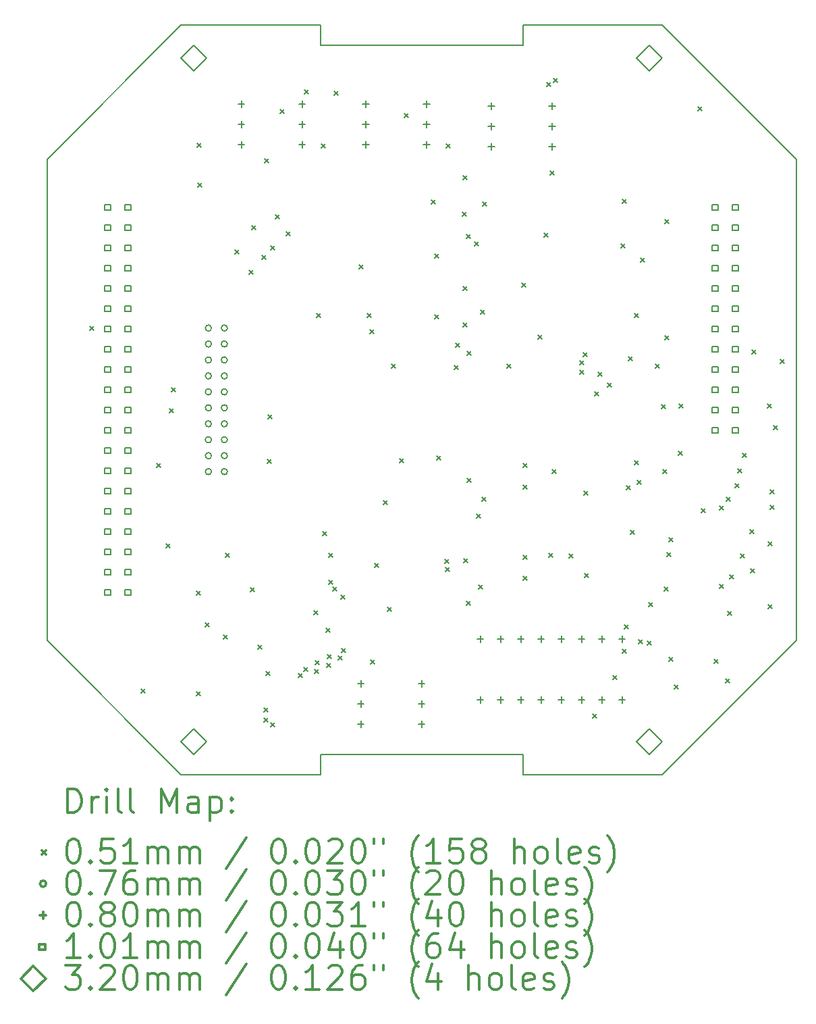
<source format=gbr>
%FSLAX45Y45*%
G04 Gerber Fmt 4.5, Leading zero omitted, Abs format (unit mm)*
G04 Created by KiCad (PCBNEW 4.0.6) date 12/07/17 21:07:52*
%MOMM*%
%LPD*%
G01*
G04 APERTURE LIST*
%ADD10C,0.127000*%
%ADD11C,0.200000*%
%ADD12C,0.300000*%
G04 APERTURE END LIST*
D10*
D11*
X13970030Y-5460820D02*
X15716280Y-5460820D01*
X13970030Y-14858820D02*
X15716280Y-14858820D01*
X8001030Y-7143570D02*
X8001030Y-13176070D01*
X9683780Y-14858820D02*
X11430030Y-14858820D01*
X13970030Y-14604820D02*
X13970030Y-14858820D01*
X11430030Y-14604820D02*
X11430030Y-14858820D01*
X13970030Y-5460820D02*
X13970030Y-5714820D01*
X11430030Y-5460820D02*
X11430030Y-5714820D01*
X11430030Y-14604820D02*
X13970030Y-14604820D01*
X11430030Y-5714820D02*
X13970030Y-5714820D01*
X15716280Y-14858820D02*
X17399030Y-13176070D01*
X8001030Y-13176070D02*
X9683780Y-14858820D01*
X17399030Y-7143570D02*
X17399030Y-13176070D01*
X15716280Y-5460820D02*
X17399030Y-7143570D01*
X8001030Y-7143570D02*
X9683780Y-5460820D01*
X9683780Y-5460820D02*
X11430030Y-5460820D01*
D11*
X8539480Y-9235440D02*
X8590280Y-9286240D01*
X8590280Y-9235440D02*
X8539480Y-9286240D01*
X9182100Y-13785850D02*
X9232900Y-13836650D01*
X9232900Y-13785850D02*
X9182100Y-13836650D01*
X9372600Y-10957560D02*
X9423400Y-11008360D01*
X9423400Y-10957560D02*
X9372600Y-11008360D01*
X9494520Y-11963400D02*
X9545320Y-12014200D01*
X9545320Y-11963400D02*
X9494520Y-12014200D01*
X9540240Y-10271760D02*
X9591040Y-10322560D01*
X9591040Y-10271760D02*
X9540240Y-10322560D01*
X9564878Y-10007092D02*
X9615678Y-10057892D01*
X9615678Y-10007092D02*
X9564878Y-10057892D01*
X9874250Y-12553950D02*
X9925050Y-12604750D01*
X9925050Y-12553950D02*
X9874250Y-12604750D01*
X9874250Y-13817600D02*
X9925050Y-13868400D01*
X9925050Y-13817600D02*
X9874250Y-13868400D01*
X9880600Y-6939900D02*
X9931400Y-6990700D01*
X9931400Y-6939900D02*
X9880600Y-6990700D01*
X9893300Y-7440930D02*
X9944100Y-7491730D01*
X9944100Y-7440930D02*
X9893300Y-7491730D01*
X9982200Y-12954000D02*
X10033000Y-13004800D01*
X10033000Y-12954000D02*
X9982200Y-13004800D01*
X10210800Y-13106400D02*
X10261600Y-13157200D01*
X10261600Y-13106400D02*
X10210800Y-13157200D01*
X10236200Y-12084051D02*
X10287000Y-12134851D01*
X10287000Y-12084051D02*
X10236200Y-12134851D01*
X10358628Y-8284972D02*
X10409428Y-8335772D01*
X10409428Y-8284972D02*
X10358628Y-8335772D01*
X10539476Y-8536432D02*
X10590276Y-8587232D01*
X10590276Y-8536432D02*
X10539476Y-8587232D01*
X10555986Y-12515342D02*
X10606786Y-12566142D01*
X10606786Y-12515342D02*
X10555986Y-12566142D01*
X10566400Y-7975600D02*
X10617200Y-8026400D01*
X10617200Y-7975600D02*
X10566400Y-8026400D01*
X10642600Y-13233400D02*
X10693400Y-13284200D01*
X10693400Y-13233400D02*
X10642600Y-13284200D01*
X10697640Y-8352451D02*
X10748440Y-8403251D01*
X10748440Y-8352451D02*
X10697640Y-8403251D01*
X10718800Y-14147800D02*
X10769600Y-14198600D01*
X10769600Y-14147800D02*
X10718800Y-14198600D01*
X10720000Y-14019600D02*
X10770800Y-14070400D01*
X10770800Y-14019600D02*
X10720000Y-14070400D01*
X10731500Y-7139800D02*
X10782300Y-7190600D01*
X10782300Y-7139800D02*
X10731500Y-7190600D01*
X10744200Y-13563600D02*
X10795000Y-13614400D01*
X10795000Y-13563600D02*
X10744200Y-13614400D01*
X10763250Y-10902950D02*
X10814050Y-10953750D01*
X10814050Y-10902950D02*
X10763250Y-10953750D01*
X10769600Y-10344150D02*
X10820400Y-10394950D01*
X10820400Y-10344150D02*
X10769600Y-10394950D01*
X10807700Y-8229600D02*
X10858500Y-8280400D01*
X10858500Y-8229600D02*
X10807700Y-8280400D01*
X10807700Y-8229600D02*
X10858500Y-8280400D01*
X10858500Y-8229600D02*
X10807700Y-8280400D01*
X10810240Y-14203680D02*
X10861040Y-14254480D01*
X10861040Y-14203680D02*
X10810240Y-14254480D01*
X10867891Y-7839228D02*
X10918691Y-7890028D01*
X10918691Y-7839228D02*
X10867891Y-7890028D01*
X10927080Y-6522720D02*
X10977880Y-6573520D01*
X10977880Y-6522720D02*
X10927080Y-6573520D01*
X11004804Y-8055864D02*
X11055604Y-8106664D01*
X11055604Y-8055864D02*
X11004804Y-8106664D01*
X11150600Y-13589000D02*
X11201400Y-13639800D01*
X11201400Y-13589000D02*
X11150600Y-13639800D01*
X11221668Y-13512852D02*
X11272468Y-13563652D01*
X11272468Y-13512852D02*
X11221668Y-13563652D01*
X11233150Y-6273800D02*
X11283950Y-6324600D01*
X11283950Y-6273800D02*
X11233150Y-6324600D01*
X11344910Y-12801600D02*
X11395710Y-12852400D01*
X11395710Y-12801600D02*
X11344910Y-12852400D01*
X11353800Y-13538200D02*
X11404600Y-13589000D01*
X11404600Y-13538200D02*
X11353800Y-13589000D01*
X11369040Y-13431520D02*
X11419840Y-13482320D01*
X11419840Y-13431520D02*
X11369040Y-13482320D01*
X11379200Y-9078100D02*
X11430000Y-9128900D01*
X11430000Y-9078100D02*
X11379200Y-9128900D01*
X11442700Y-6952600D02*
X11493500Y-7003400D01*
X11493500Y-6952600D02*
X11442700Y-7003400D01*
X11457940Y-11813540D02*
X11508740Y-11864340D01*
X11508740Y-11813540D02*
X11457940Y-11864340D01*
X11504929Y-13025120D02*
X11555729Y-13075920D01*
X11555729Y-13025120D02*
X11504929Y-13075920D01*
X11511280Y-13462000D02*
X11562080Y-13512800D01*
X11562080Y-13462000D02*
X11511280Y-13512800D01*
X11521440Y-13350240D02*
X11572240Y-13401040D01*
X11572240Y-13350240D02*
X11521440Y-13401040D01*
X11532871Y-12085320D02*
X11583671Y-12136120D01*
X11583671Y-12085320D02*
X11532871Y-12136120D01*
X11535410Y-12421870D02*
X11586210Y-12472670D01*
X11586210Y-12421870D02*
X11535410Y-12472670D01*
X11588322Y-12506936D02*
X11639122Y-12557736D01*
X11639122Y-12506936D02*
X11588322Y-12557736D01*
X11601450Y-6292850D02*
X11652250Y-6343650D01*
X11652250Y-6292850D02*
X11601450Y-6343650D01*
X11653520Y-13370560D02*
X11704320Y-13421360D01*
X11704320Y-13370560D02*
X11653520Y-13421360D01*
X11684000Y-12611100D02*
X11734800Y-12661900D01*
X11734800Y-12611100D02*
X11684000Y-12661900D01*
X11694160Y-13274040D02*
X11744960Y-13324840D01*
X11744960Y-13274040D02*
X11694160Y-13324840D01*
X11912600Y-8470900D02*
X11963400Y-8521700D01*
X11963400Y-8470900D02*
X11912600Y-8521700D01*
X12014200Y-9078100D02*
X12065000Y-9128900D01*
X12065000Y-9078100D02*
X12014200Y-9128900D01*
X12054840Y-9276588D02*
X12105640Y-9327388D01*
X12105640Y-9276588D02*
X12054840Y-9327388D01*
X12060900Y-13417550D02*
X12111700Y-13468350D01*
X12111700Y-13417550D02*
X12060900Y-13468350D01*
X12113006Y-12206986D02*
X12163806Y-12257786D01*
X12163806Y-12206986D02*
X12113006Y-12257786D01*
X12221210Y-11422380D02*
X12272010Y-11473180D01*
X12272010Y-11422380D02*
X12221210Y-11473180D01*
X12274550Y-12763500D02*
X12325350Y-12814300D01*
X12325350Y-12763500D02*
X12274550Y-12814300D01*
X12319000Y-9707550D02*
X12369800Y-9758350D01*
X12369800Y-9707550D02*
X12319000Y-9758350D01*
X12420600Y-10896600D02*
X12471400Y-10947400D01*
X12471400Y-10896600D02*
X12420600Y-10947400D01*
X12486640Y-6573520D02*
X12537440Y-6624320D01*
X12537440Y-6573520D02*
X12486640Y-6624320D01*
X12821920Y-7655560D02*
X12872720Y-7706360D01*
X12872720Y-7655560D02*
X12821920Y-7706360D01*
X12866370Y-9091930D02*
X12917170Y-9142730D01*
X12917170Y-9091930D02*
X12866370Y-9142730D01*
X12867640Y-8334760D02*
X12918440Y-8385560D01*
X12918440Y-8334760D02*
X12867640Y-8385560D01*
X12892546Y-10860546D02*
X12943346Y-10911346D01*
X12943346Y-10860546D02*
X12892546Y-10911346D01*
X12992100Y-12158980D02*
X13042900Y-12209780D01*
X13042900Y-12158980D02*
X12992100Y-12209780D01*
X12996326Y-12258020D02*
X13047126Y-12308820D01*
X13047126Y-12258020D02*
X12996326Y-12308820D01*
X13004800Y-6952600D02*
X13055600Y-7003400D01*
X13055600Y-6952600D02*
X13004800Y-7003400D01*
X13106400Y-9728200D02*
X13157200Y-9779000D01*
X13157200Y-9728200D02*
X13106400Y-9779000D01*
X13124180Y-9448800D02*
X13174980Y-9499600D01*
X13174980Y-9448800D02*
X13124180Y-9499600D01*
X13211400Y-7810500D02*
X13262200Y-7861300D01*
X13262200Y-7810500D02*
X13211400Y-7861300D01*
X13218200Y-7351900D02*
X13269000Y-7402700D01*
X13269000Y-7351900D02*
X13218200Y-7402700D01*
X13218200Y-8736200D02*
X13269000Y-8787000D01*
X13269000Y-8736200D02*
X13218200Y-8787000D01*
X13218200Y-9196200D02*
X13269000Y-9247000D01*
X13269000Y-9196200D02*
X13218200Y-9247000D01*
X13232753Y-12151133D02*
X13283553Y-12201933D01*
X13283553Y-12151133D02*
X13232753Y-12201933D01*
X13258800Y-8089900D02*
X13309600Y-8140700D01*
X13309600Y-8089900D02*
X13258800Y-8140700D01*
X13258800Y-12679680D02*
X13309600Y-12730480D01*
X13309600Y-12679680D02*
X13258800Y-12730480D01*
X13270230Y-9551670D02*
X13321030Y-9602470D01*
X13321030Y-9551670D02*
X13270230Y-9602470D01*
X13273953Y-11139083D02*
X13324753Y-11189883D01*
X13324753Y-11139083D02*
X13273953Y-11189883D01*
X13362490Y-8182663D02*
X13413290Y-8233463D01*
X13413290Y-8182663D02*
X13362490Y-8233463D01*
X13392150Y-11595100D02*
X13442950Y-11645900D01*
X13442950Y-11595100D02*
X13392150Y-11645900D01*
X13411200Y-12484100D02*
X13462000Y-12534900D01*
X13462000Y-12484100D02*
X13411200Y-12534900D01*
X13436600Y-9036300D02*
X13487400Y-9087100D01*
X13487400Y-9036300D02*
X13436600Y-9087100D01*
X13460592Y-11377792D02*
X13511392Y-11428592D01*
X13511392Y-11377792D02*
X13460592Y-11428592D01*
X13460592Y-11377792D02*
X13511392Y-11428592D01*
X13511392Y-11377792D02*
X13460592Y-11428592D01*
X13462000Y-7677400D02*
X13512800Y-7728200D01*
X13512800Y-7677400D02*
X13462000Y-7728200D01*
X13766800Y-9715500D02*
X13817600Y-9766300D01*
X13817600Y-9715500D02*
X13766800Y-9766300D01*
X13954760Y-8691880D02*
X14005560Y-8742680D01*
X14005560Y-8691880D02*
X13954760Y-8742680D01*
X13970250Y-12109450D02*
X14021050Y-12160250D01*
X14021050Y-12109450D02*
X13970250Y-12160250D01*
X13971600Y-11226800D02*
X14022400Y-11277600D01*
X14022400Y-11226800D02*
X13971600Y-11277600D01*
X13971600Y-12369800D02*
X14022400Y-12420600D01*
X14022400Y-12369800D02*
X13971600Y-12420600D01*
X13976600Y-10957560D02*
X14027400Y-11008360D01*
X14027400Y-10957560D02*
X13976600Y-11008360D01*
X14157960Y-9347200D02*
X14208760Y-9398000D01*
X14208760Y-9347200D02*
X14157960Y-9398000D01*
X14239240Y-8067040D02*
X14290040Y-8117840D01*
X14290040Y-8067040D02*
X14239240Y-8117840D01*
X14269018Y-6181076D02*
X14319818Y-6231876D01*
X14319818Y-6181076D02*
X14269018Y-6231876D01*
X14295120Y-12085320D02*
X14345920Y-12136120D01*
X14345920Y-12085320D02*
X14295120Y-12136120D01*
X14315440Y-7289800D02*
X14366240Y-7340600D01*
X14366240Y-7289800D02*
X14315440Y-7340600D01*
X14340840Y-11029954D02*
X14391640Y-11080754D01*
X14391640Y-11029954D02*
X14340840Y-11080754D01*
X14351000Y-6132580D02*
X14401800Y-6183380D01*
X14401800Y-6132580D02*
X14351000Y-6183380D01*
X14545310Y-12094210D02*
X14596110Y-12145010D01*
X14596110Y-12094210D02*
X14545310Y-12145010D01*
X14682725Y-9672815D02*
X14733525Y-9723615D01*
X14733525Y-9672815D02*
X14682725Y-9723615D01*
X14682725Y-9787204D02*
X14733525Y-9838004D01*
X14733525Y-9787204D02*
X14682725Y-9838004D01*
X14725780Y-9571676D02*
X14776580Y-9622476D01*
X14776580Y-9571676D02*
X14725780Y-9622476D01*
X14732000Y-11303000D02*
X14782800Y-11353800D01*
X14782800Y-11303000D02*
X14732000Y-11353800D01*
X14747240Y-12339320D02*
X14798040Y-12390120D01*
X14798040Y-12339320D02*
X14747240Y-12390120D01*
X14847570Y-14097000D02*
X14898370Y-14147800D01*
X14898370Y-14097000D02*
X14847570Y-14147800D01*
X14871700Y-10058401D02*
X14922500Y-10109201D01*
X14922500Y-10058401D02*
X14871700Y-10109201D01*
X14914880Y-9817100D02*
X14965680Y-9867900D01*
X14965680Y-9817100D02*
X14914880Y-9867900D01*
X15035276Y-9951720D02*
X15086076Y-10002520D01*
X15086076Y-9951720D02*
X15035276Y-10002520D01*
X15100300Y-13614400D02*
X15151100Y-13665200D01*
X15151100Y-13614400D02*
X15100300Y-13665200D01*
X15201900Y-8201800D02*
X15252700Y-8252600D01*
X15252700Y-8201800D02*
X15201900Y-8252600D01*
X15214600Y-7645400D02*
X15265400Y-7696200D01*
X15265400Y-7645400D02*
X15214600Y-7696200D01*
X15214600Y-13284200D02*
X15265400Y-13335000D01*
X15265400Y-13284200D02*
X15214600Y-13335000D01*
X15240000Y-12979400D02*
X15290800Y-13030200D01*
X15290800Y-12979400D02*
X15240000Y-13030200D01*
X15271750Y-11239500D02*
X15322550Y-11290300D01*
X15322550Y-11239500D02*
X15271750Y-11290300D01*
X15291816Y-9614916D02*
X15342616Y-9665716D01*
X15342616Y-9614916D02*
X15291816Y-9665716D01*
X15316200Y-11791950D02*
X15367000Y-11842750D01*
X15367000Y-11791950D02*
X15316200Y-11842750D01*
X15373100Y-10922000D02*
X15423900Y-10972800D01*
X15423900Y-10922000D02*
X15373100Y-10972800D01*
X15373350Y-9080500D02*
X15424150Y-9131300D01*
X15424150Y-9080500D02*
X15373350Y-9131300D01*
X15402560Y-11170920D02*
X15453360Y-11221720D01*
X15453360Y-11170920D02*
X15402560Y-11221720D01*
X15417800Y-13169900D02*
X15468600Y-13220700D01*
X15468600Y-13169900D02*
X15417800Y-13220700D01*
X15449550Y-8382000D02*
X15500350Y-8432800D01*
X15500350Y-8382000D02*
X15449550Y-8432800D01*
X15532100Y-13182600D02*
X15582900Y-13233400D01*
X15582900Y-13182600D02*
X15532100Y-13233400D01*
X15551400Y-12700000D02*
X15602200Y-12750800D01*
X15602200Y-12700000D02*
X15551400Y-12750800D01*
X15636240Y-9709145D02*
X15687040Y-9759945D01*
X15687040Y-9709145D02*
X15636240Y-9759945D01*
X15709900Y-10217150D02*
X15760700Y-10267950D01*
X15760700Y-10217150D02*
X15709900Y-10267950D01*
X15728700Y-11036300D02*
X15779500Y-11087100D01*
X15779500Y-11036300D02*
X15728700Y-11087100D01*
X15741400Y-12509500D02*
X15792200Y-12560300D01*
X15792200Y-12509500D02*
X15741400Y-12560300D01*
X15754100Y-7899400D02*
X15804900Y-7950200D01*
X15804900Y-7899400D02*
X15754100Y-7950200D01*
X15754100Y-9359900D02*
X15804900Y-9410700D01*
X15804900Y-9359900D02*
X15754100Y-9410700D01*
X15779750Y-12077700D02*
X15830550Y-12128500D01*
X15830550Y-12077700D02*
X15779750Y-12128500D01*
X15798800Y-13385800D02*
X15849600Y-13436600D01*
X15849600Y-13385800D02*
X15798800Y-13436600D01*
X15801340Y-11889740D02*
X15852140Y-11940540D01*
X15852140Y-11889740D02*
X15801340Y-11940540D01*
X15868650Y-13729209D02*
X15919450Y-13780009D01*
X15919450Y-13729209D02*
X15868650Y-13780009D01*
X15923260Y-10807700D02*
X15974060Y-10858500D01*
X15974060Y-10807700D02*
X15923260Y-10858500D01*
X15930880Y-10213340D02*
X15981680Y-10264140D01*
X15981680Y-10213340D02*
X15930880Y-10264140D01*
X16167100Y-6483350D02*
X16217900Y-6534150D01*
X16217900Y-6483350D02*
X16167100Y-6534150D01*
X16210280Y-11521440D02*
X16261080Y-11572240D01*
X16261080Y-11521440D02*
X16210280Y-11572240D01*
X16372840Y-13411200D02*
X16423640Y-13462000D01*
X16423640Y-13411200D02*
X16372840Y-13462000D01*
X16433800Y-11493500D02*
X16484600Y-11544300D01*
X16484600Y-11493500D02*
X16433800Y-11544300D01*
X16433800Y-12471400D02*
X16484600Y-12522200D01*
X16484600Y-12471400D02*
X16433800Y-12522200D01*
X16512540Y-13655802D02*
X16563340Y-13706602D01*
X16563340Y-13655802D02*
X16512540Y-13706602D01*
X16522700Y-11379200D02*
X16573500Y-11430000D01*
X16573500Y-11379200D02*
X16522700Y-11430000D01*
X16535400Y-12814300D02*
X16586200Y-12865100D01*
X16586200Y-12814300D02*
X16535400Y-12865100D01*
X16560800Y-12357100D02*
X16611600Y-12407900D01*
X16611600Y-12357100D02*
X16560800Y-12407900D01*
X16628400Y-11210000D02*
X16679200Y-11260800D01*
X16679200Y-11210000D02*
X16628400Y-11260800D01*
X16662400Y-11023600D02*
X16713200Y-11074400D01*
X16713200Y-11023600D02*
X16662400Y-11074400D01*
X16700500Y-12090400D02*
X16751300Y-12141200D01*
X16751300Y-12090400D02*
X16700500Y-12141200D01*
X16728440Y-10833100D02*
X16779240Y-10883900D01*
X16779240Y-10833100D02*
X16728440Y-10883900D01*
X16814800Y-11785600D02*
X16865600Y-11836400D01*
X16865600Y-11785600D02*
X16814800Y-11836400D01*
X16827500Y-12280900D02*
X16878300Y-12331700D01*
X16878300Y-12280900D02*
X16827500Y-12331700D01*
X16845282Y-9531350D02*
X16896082Y-9582150D01*
X16896082Y-9531350D02*
X16845282Y-9582150D01*
X17041369Y-10211054D02*
X17092169Y-10261854D01*
X17092169Y-10211054D02*
X17041369Y-10261854D01*
X17043400Y-11938000D02*
X17094200Y-11988800D01*
X17094200Y-11938000D02*
X17043400Y-11988800D01*
X17048480Y-12721840D02*
X17099280Y-12772640D01*
X17099280Y-12721840D02*
X17048480Y-12772640D01*
X17068545Y-11284710D02*
X17119345Y-11335510D01*
X17119345Y-11284710D02*
X17068545Y-11335510D01*
X17068545Y-11482379D02*
X17119345Y-11533179D01*
X17119345Y-11482379D02*
X17068545Y-11533179D01*
X17111220Y-10484898D02*
X17162020Y-10535698D01*
X17162020Y-10484898D02*
X17111220Y-10535698D01*
X17195800Y-9654540D02*
X17246600Y-9705340D01*
X17246600Y-9654540D02*
X17195800Y-9705340D01*
X10064445Y-9260000D02*
G75*
G03X10064445Y-9260000I-38100J0D01*
G01*
X10064445Y-9460000D02*
G75*
G03X10064445Y-9460000I-38100J0D01*
G01*
X10064445Y-9660000D02*
G75*
G03X10064445Y-9660000I-38100J0D01*
G01*
X10064445Y-9860000D02*
G75*
G03X10064445Y-9860000I-38100J0D01*
G01*
X10064445Y-10060000D02*
G75*
G03X10064445Y-10060000I-38100J0D01*
G01*
X10064445Y-10260000D02*
G75*
G03X10064445Y-10260000I-38100J0D01*
G01*
X10064445Y-10460000D02*
G75*
G03X10064445Y-10460000I-38100J0D01*
G01*
X10064445Y-10660000D02*
G75*
G03X10064445Y-10660000I-38100J0D01*
G01*
X10064445Y-10860000D02*
G75*
G03X10064445Y-10860000I-38100J0D01*
G01*
X10064445Y-11060000D02*
G75*
G03X10064445Y-11060000I-38100J0D01*
G01*
X10264445Y-9260000D02*
G75*
G03X10264445Y-9260000I-38100J0D01*
G01*
X10264445Y-9460000D02*
G75*
G03X10264445Y-9460000I-38100J0D01*
G01*
X10264445Y-9660000D02*
G75*
G03X10264445Y-9660000I-38100J0D01*
G01*
X10264445Y-9860000D02*
G75*
G03X10264445Y-9860000I-38100J0D01*
G01*
X10264445Y-10060000D02*
G75*
G03X10264445Y-10060000I-38100J0D01*
G01*
X10264445Y-10260000D02*
G75*
G03X10264445Y-10260000I-38100J0D01*
G01*
X10264445Y-10460000D02*
G75*
G03X10264445Y-10460000I-38100J0D01*
G01*
X10264445Y-10660000D02*
G75*
G03X10264445Y-10660000I-38100J0D01*
G01*
X10264445Y-10860000D02*
G75*
G03X10264445Y-10860000I-38100J0D01*
G01*
X10264445Y-11060000D02*
G75*
G03X10264445Y-11060000I-38100J0D01*
G01*
X10439400Y-6411600D02*
X10439400Y-6491600D01*
X10399400Y-6451600D02*
X10479400Y-6451600D01*
X10439400Y-6665600D02*
X10439400Y-6745600D01*
X10399400Y-6705600D02*
X10479400Y-6705600D01*
X10439400Y-6919600D02*
X10439400Y-6999600D01*
X10399400Y-6959600D02*
X10479400Y-6959600D01*
X11201400Y-6411600D02*
X11201400Y-6491600D01*
X11161400Y-6451600D02*
X11241400Y-6451600D01*
X11201400Y-6665600D02*
X11201400Y-6745600D01*
X11161400Y-6705600D02*
X11241400Y-6705600D01*
X11201400Y-6919600D02*
X11201400Y-6999600D01*
X11161400Y-6959600D02*
X11241400Y-6959600D01*
X11938000Y-13676000D02*
X11938000Y-13756000D01*
X11898000Y-13716000D02*
X11978000Y-13716000D01*
X11938000Y-13930000D02*
X11938000Y-14010000D01*
X11898000Y-13970000D02*
X11978000Y-13970000D01*
X11938000Y-14184000D02*
X11938000Y-14264000D01*
X11898000Y-14224000D02*
X11978000Y-14224000D01*
X12001500Y-6411600D02*
X12001500Y-6491600D01*
X11961500Y-6451600D02*
X12041500Y-6451600D01*
X12001500Y-6665600D02*
X12001500Y-6745600D01*
X11961500Y-6705600D02*
X12041500Y-6705600D01*
X12001500Y-6919600D02*
X12001500Y-6999600D01*
X11961500Y-6959600D02*
X12041500Y-6959600D01*
X12700000Y-13676000D02*
X12700000Y-13756000D01*
X12660000Y-13716000D02*
X12740000Y-13716000D01*
X12700000Y-13930000D02*
X12700000Y-14010000D01*
X12660000Y-13970000D02*
X12740000Y-13970000D01*
X12700000Y-14184000D02*
X12700000Y-14264000D01*
X12660000Y-14224000D02*
X12740000Y-14224000D01*
X12763500Y-6411600D02*
X12763500Y-6491600D01*
X12723500Y-6451600D02*
X12803500Y-6451600D01*
X12763500Y-6665600D02*
X12763500Y-6745600D01*
X12723500Y-6705600D02*
X12803500Y-6705600D01*
X12763500Y-6919600D02*
X12763500Y-6999600D01*
X12723500Y-6959600D02*
X12803500Y-6959600D01*
X13436600Y-13117200D02*
X13436600Y-13197200D01*
X13396600Y-13157200D02*
X13476600Y-13157200D01*
X13436600Y-13879200D02*
X13436600Y-13959200D01*
X13396600Y-13919200D02*
X13476600Y-13919200D01*
X13576300Y-6437000D02*
X13576300Y-6517000D01*
X13536300Y-6477000D02*
X13616300Y-6477000D01*
X13576300Y-6691000D02*
X13576300Y-6771000D01*
X13536300Y-6731000D02*
X13616300Y-6731000D01*
X13576300Y-6945000D02*
X13576300Y-7025000D01*
X13536300Y-6985000D02*
X13616300Y-6985000D01*
X13690600Y-13117200D02*
X13690600Y-13197200D01*
X13650600Y-13157200D02*
X13730600Y-13157200D01*
X13690600Y-13879200D02*
X13690600Y-13959200D01*
X13650600Y-13919200D02*
X13730600Y-13919200D01*
X13944600Y-13117200D02*
X13944600Y-13197200D01*
X13904600Y-13157200D02*
X13984600Y-13157200D01*
X13944600Y-13879200D02*
X13944600Y-13959200D01*
X13904600Y-13919200D02*
X13984600Y-13919200D01*
X14198600Y-13117200D02*
X14198600Y-13197200D01*
X14158600Y-13157200D02*
X14238600Y-13157200D01*
X14198600Y-13879200D02*
X14198600Y-13959200D01*
X14158600Y-13919200D02*
X14238600Y-13919200D01*
X14338300Y-6437000D02*
X14338300Y-6517000D01*
X14298300Y-6477000D02*
X14378300Y-6477000D01*
X14338300Y-6691000D02*
X14338300Y-6771000D01*
X14298300Y-6731000D02*
X14378300Y-6731000D01*
X14338300Y-6945000D02*
X14338300Y-7025000D01*
X14298300Y-6985000D02*
X14378300Y-6985000D01*
X14452600Y-13117200D02*
X14452600Y-13197200D01*
X14412600Y-13157200D02*
X14492600Y-13157200D01*
X14452600Y-13879200D02*
X14452600Y-13959200D01*
X14412600Y-13919200D02*
X14492600Y-13919200D01*
X14706600Y-13117200D02*
X14706600Y-13197200D01*
X14666600Y-13157200D02*
X14746600Y-13157200D01*
X14706600Y-13879200D02*
X14706600Y-13959200D01*
X14666600Y-13919200D02*
X14746600Y-13919200D01*
X14960600Y-13117200D02*
X14960600Y-13197200D01*
X14920600Y-13157200D02*
X15000600Y-13157200D01*
X14960600Y-13879200D02*
X14960600Y-13959200D01*
X14920600Y-13919200D02*
X15000600Y-13919200D01*
X15214600Y-13117200D02*
X15214600Y-13197200D01*
X15174600Y-13157200D02*
X15254600Y-13157200D01*
X15214600Y-13879200D02*
X15214600Y-13959200D01*
X15174600Y-13919200D02*
X15254600Y-13919200D01*
X8798709Y-7782709D02*
X8798709Y-7711291D01*
X8727291Y-7711291D01*
X8727291Y-7782709D01*
X8798709Y-7782709D01*
X8798709Y-8036709D02*
X8798709Y-7965291D01*
X8727291Y-7965291D01*
X8727291Y-8036709D01*
X8798709Y-8036709D01*
X8798709Y-8290709D02*
X8798709Y-8219291D01*
X8727291Y-8219291D01*
X8727291Y-8290709D01*
X8798709Y-8290709D01*
X8798709Y-8544709D02*
X8798709Y-8473291D01*
X8727291Y-8473291D01*
X8727291Y-8544709D01*
X8798709Y-8544709D01*
X8798709Y-8798709D02*
X8798709Y-8727291D01*
X8727291Y-8727291D01*
X8727291Y-8798709D01*
X8798709Y-8798709D01*
X8798709Y-9052709D02*
X8798709Y-8981291D01*
X8727291Y-8981291D01*
X8727291Y-9052709D01*
X8798709Y-9052709D01*
X8798709Y-9306709D02*
X8798709Y-9235291D01*
X8727291Y-9235291D01*
X8727291Y-9306709D01*
X8798709Y-9306709D01*
X8798709Y-9560709D02*
X8798709Y-9489291D01*
X8727291Y-9489291D01*
X8727291Y-9560709D01*
X8798709Y-9560709D01*
X8798709Y-9814709D02*
X8798709Y-9743291D01*
X8727291Y-9743291D01*
X8727291Y-9814709D01*
X8798709Y-9814709D01*
X8798709Y-10068709D02*
X8798709Y-9997291D01*
X8727291Y-9997291D01*
X8727291Y-10068709D01*
X8798709Y-10068709D01*
X8798709Y-10322709D02*
X8798709Y-10251291D01*
X8727291Y-10251291D01*
X8727291Y-10322709D01*
X8798709Y-10322709D01*
X8798709Y-10576709D02*
X8798709Y-10505291D01*
X8727291Y-10505291D01*
X8727291Y-10576709D01*
X8798709Y-10576709D01*
X8798709Y-10830709D02*
X8798709Y-10759291D01*
X8727291Y-10759291D01*
X8727291Y-10830709D01*
X8798709Y-10830709D01*
X8798709Y-11084709D02*
X8798709Y-11013291D01*
X8727291Y-11013291D01*
X8727291Y-11084709D01*
X8798709Y-11084709D01*
X8798709Y-11338709D02*
X8798709Y-11267291D01*
X8727291Y-11267291D01*
X8727291Y-11338709D01*
X8798709Y-11338709D01*
X8798709Y-11592709D02*
X8798709Y-11521291D01*
X8727291Y-11521291D01*
X8727291Y-11592709D01*
X8798709Y-11592709D01*
X8798709Y-11846709D02*
X8798709Y-11775291D01*
X8727291Y-11775291D01*
X8727291Y-11846709D01*
X8798709Y-11846709D01*
X8798709Y-12100709D02*
X8798709Y-12029291D01*
X8727291Y-12029291D01*
X8727291Y-12100709D01*
X8798709Y-12100709D01*
X8798709Y-12354709D02*
X8798709Y-12283291D01*
X8727291Y-12283291D01*
X8727291Y-12354709D01*
X8798709Y-12354709D01*
X8798709Y-12608709D02*
X8798709Y-12537291D01*
X8727291Y-12537291D01*
X8727291Y-12608709D01*
X8798709Y-12608709D01*
X9052709Y-7782709D02*
X9052709Y-7711291D01*
X8981291Y-7711291D01*
X8981291Y-7782709D01*
X9052709Y-7782709D01*
X9052709Y-8036709D02*
X9052709Y-7965291D01*
X8981291Y-7965291D01*
X8981291Y-8036709D01*
X9052709Y-8036709D01*
X9052709Y-8290709D02*
X9052709Y-8219291D01*
X8981291Y-8219291D01*
X8981291Y-8290709D01*
X9052709Y-8290709D01*
X9052709Y-8544709D02*
X9052709Y-8473291D01*
X8981291Y-8473291D01*
X8981291Y-8544709D01*
X9052709Y-8544709D01*
X9052709Y-8798709D02*
X9052709Y-8727291D01*
X8981291Y-8727291D01*
X8981291Y-8798709D01*
X9052709Y-8798709D01*
X9052709Y-9052709D02*
X9052709Y-8981291D01*
X8981291Y-8981291D01*
X8981291Y-9052709D01*
X9052709Y-9052709D01*
X9052709Y-9306709D02*
X9052709Y-9235291D01*
X8981291Y-9235291D01*
X8981291Y-9306709D01*
X9052709Y-9306709D01*
X9052709Y-9560709D02*
X9052709Y-9489291D01*
X8981291Y-9489291D01*
X8981291Y-9560709D01*
X9052709Y-9560709D01*
X9052709Y-9814709D02*
X9052709Y-9743291D01*
X8981291Y-9743291D01*
X8981291Y-9814709D01*
X9052709Y-9814709D01*
X9052709Y-10068709D02*
X9052709Y-9997291D01*
X8981291Y-9997291D01*
X8981291Y-10068709D01*
X9052709Y-10068709D01*
X9052709Y-10322709D02*
X9052709Y-10251291D01*
X8981291Y-10251291D01*
X8981291Y-10322709D01*
X9052709Y-10322709D01*
X9052709Y-10576709D02*
X9052709Y-10505291D01*
X8981291Y-10505291D01*
X8981291Y-10576709D01*
X9052709Y-10576709D01*
X9052709Y-10830709D02*
X9052709Y-10759291D01*
X8981291Y-10759291D01*
X8981291Y-10830709D01*
X9052709Y-10830709D01*
X9052709Y-11084709D02*
X9052709Y-11013291D01*
X8981291Y-11013291D01*
X8981291Y-11084709D01*
X9052709Y-11084709D01*
X9052709Y-11338709D02*
X9052709Y-11267291D01*
X8981291Y-11267291D01*
X8981291Y-11338709D01*
X9052709Y-11338709D01*
X9052709Y-11592709D02*
X9052709Y-11521291D01*
X8981291Y-11521291D01*
X8981291Y-11592709D01*
X9052709Y-11592709D01*
X9052709Y-11846709D02*
X9052709Y-11775291D01*
X8981291Y-11775291D01*
X8981291Y-11846709D01*
X9052709Y-11846709D01*
X9052709Y-12100709D02*
X9052709Y-12029291D01*
X8981291Y-12029291D01*
X8981291Y-12100709D01*
X9052709Y-12100709D01*
X9052709Y-12354709D02*
X9052709Y-12283291D01*
X8981291Y-12283291D01*
X8981291Y-12354709D01*
X9052709Y-12354709D01*
X9052709Y-12608709D02*
X9052709Y-12537291D01*
X8981291Y-12537291D01*
X8981291Y-12608709D01*
X9052709Y-12608709D01*
X16418709Y-7784709D02*
X16418709Y-7713291D01*
X16347291Y-7713291D01*
X16347291Y-7784709D01*
X16418709Y-7784709D01*
X16418709Y-8038709D02*
X16418709Y-7967291D01*
X16347291Y-7967291D01*
X16347291Y-8038709D01*
X16418709Y-8038709D01*
X16418709Y-8292709D02*
X16418709Y-8221291D01*
X16347291Y-8221291D01*
X16347291Y-8292709D01*
X16418709Y-8292709D01*
X16418709Y-8546709D02*
X16418709Y-8475291D01*
X16347291Y-8475291D01*
X16347291Y-8546709D01*
X16418709Y-8546709D01*
X16418709Y-8800709D02*
X16418709Y-8729291D01*
X16347291Y-8729291D01*
X16347291Y-8800709D01*
X16418709Y-8800709D01*
X16418709Y-9054709D02*
X16418709Y-8983291D01*
X16347291Y-8983291D01*
X16347291Y-9054709D01*
X16418709Y-9054709D01*
X16418709Y-9308709D02*
X16418709Y-9237291D01*
X16347291Y-9237291D01*
X16347291Y-9308709D01*
X16418709Y-9308709D01*
X16418709Y-9562709D02*
X16418709Y-9491291D01*
X16347291Y-9491291D01*
X16347291Y-9562709D01*
X16418709Y-9562709D01*
X16418709Y-9816709D02*
X16418709Y-9745291D01*
X16347291Y-9745291D01*
X16347291Y-9816709D01*
X16418709Y-9816709D01*
X16418709Y-10070709D02*
X16418709Y-9999291D01*
X16347291Y-9999291D01*
X16347291Y-10070709D01*
X16418709Y-10070709D01*
X16418709Y-10324709D02*
X16418709Y-10253291D01*
X16347291Y-10253291D01*
X16347291Y-10324709D01*
X16418709Y-10324709D01*
X16418709Y-10578709D02*
X16418709Y-10507291D01*
X16347291Y-10507291D01*
X16347291Y-10578709D01*
X16418709Y-10578709D01*
X16672709Y-7784709D02*
X16672709Y-7713291D01*
X16601291Y-7713291D01*
X16601291Y-7784709D01*
X16672709Y-7784709D01*
X16672709Y-8038709D02*
X16672709Y-7967291D01*
X16601291Y-7967291D01*
X16601291Y-8038709D01*
X16672709Y-8038709D01*
X16672709Y-8292709D02*
X16672709Y-8221291D01*
X16601291Y-8221291D01*
X16601291Y-8292709D01*
X16672709Y-8292709D01*
X16672709Y-8546709D02*
X16672709Y-8475291D01*
X16601291Y-8475291D01*
X16601291Y-8546709D01*
X16672709Y-8546709D01*
X16672709Y-8800709D02*
X16672709Y-8729291D01*
X16601291Y-8729291D01*
X16601291Y-8800709D01*
X16672709Y-8800709D01*
X16672709Y-9054709D02*
X16672709Y-8983291D01*
X16601291Y-8983291D01*
X16601291Y-9054709D01*
X16672709Y-9054709D01*
X16672709Y-9308709D02*
X16672709Y-9237291D01*
X16601291Y-9237291D01*
X16601291Y-9308709D01*
X16672709Y-9308709D01*
X16672709Y-9562709D02*
X16672709Y-9491291D01*
X16601291Y-9491291D01*
X16601291Y-9562709D01*
X16672709Y-9562709D01*
X16672709Y-9816709D02*
X16672709Y-9745291D01*
X16601291Y-9745291D01*
X16601291Y-9816709D01*
X16672709Y-9816709D01*
X16672709Y-10070709D02*
X16672709Y-9999291D01*
X16601291Y-9999291D01*
X16601291Y-10070709D01*
X16672709Y-10070709D01*
X16672709Y-10324709D02*
X16672709Y-10253291D01*
X16601291Y-10253291D01*
X16601291Y-10324709D01*
X16672709Y-10324709D01*
X16672709Y-10578709D02*
X16672709Y-10507291D01*
X16601291Y-10507291D01*
X16601291Y-10578709D01*
X16672709Y-10578709D01*
X9842500Y-6033750D02*
X10002500Y-5873750D01*
X9842500Y-5713750D01*
X9682500Y-5873750D01*
X9842500Y-6033750D01*
X9842500Y-14606250D02*
X10002500Y-14446250D01*
X9842500Y-14286250D01*
X9682500Y-14446250D01*
X9842500Y-14606250D01*
X15557500Y-6033750D02*
X15717500Y-5873750D01*
X15557500Y-5713750D01*
X15397500Y-5873750D01*
X15557500Y-6033750D01*
X15557500Y-14606250D02*
X15717500Y-14446250D01*
X15557500Y-14286250D01*
X15397500Y-14446250D01*
X15557500Y-14606250D01*
D12*
X8262458Y-15334534D02*
X8262458Y-15034534D01*
X8333887Y-15034534D01*
X8376744Y-15048820D01*
X8405316Y-15077391D01*
X8419601Y-15105963D01*
X8433887Y-15163106D01*
X8433887Y-15205963D01*
X8419601Y-15263106D01*
X8405316Y-15291677D01*
X8376744Y-15320249D01*
X8333887Y-15334534D01*
X8262458Y-15334534D01*
X8562459Y-15334534D02*
X8562459Y-15134534D01*
X8562459Y-15191677D02*
X8576744Y-15163106D01*
X8591030Y-15148820D01*
X8619601Y-15134534D01*
X8648173Y-15134534D01*
X8748173Y-15334534D02*
X8748173Y-15134534D01*
X8748173Y-15034534D02*
X8733887Y-15048820D01*
X8748173Y-15063106D01*
X8762459Y-15048820D01*
X8748173Y-15034534D01*
X8748173Y-15063106D01*
X8933887Y-15334534D02*
X8905316Y-15320249D01*
X8891030Y-15291677D01*
X8891030Y-15034534D01*
X9091030Y-15334534D02*
X9062459Y-15320249D01*
X9048173Y-15291677D01*
X9048173Y-15034534D01*
X9433887Y-15334534D02*
X9433887Y-15034534D01*
X9533887Y-15248820D01*
X9633887Y-15034534D01*
X9633887Y-15334534D01*
X9905316Y-15334534D02*
X9905316Y-15177391D01*
X9891030Y-15148820D01*
X9862459Y-15134534D01*
X9805316Y-15134534D01*
X9776744Y-15148820D01*
X9905316Y-15320249D02*
X9876744Y-15334534D01*
X9805316Y-15334534D01*
X9776744Y-15320249D01*
X9762459Y-15291677D01*
X9762459Y-15263106D01*
X9776744Y-15234534D01*
X9805316Y-15220249D01*
X9876744Y-15220249D01*
X9905316Y-15205963D01*
X10048173Y-15134534D02*
X10048173Y-15434534D01*
X10048173Y-15148820D02*
X10076744Y-15134534D01*
X10133887Y-15134534D01*
X10162459Y-15148820D01*
X10176744Y-15163106D01*
X10191030Y-15191677D01*
X10191030Y-15277391D01*
X10176744Y-15305963D01*
X10162459Y-15320249D01*
X10133887Y-15334534D01*
X10076744Y-15334534D01*
X10048173Y-15320249D01*
X10319601Y-15305963D02*
X10333887Y-15320249D01*
X10319601Y-15334534D01*
X10305316Y-15320249D01*
X10319601Y-15305963D01*
X10319601Y-15334534D01*
X10319601Y-15148820D02*
X10333887Y-15163106D01*
X10319601Y-15177391D01*
X10305316Y-15163106D01*
X10319601Y-15148820D01*
X10319601Y-15177391D01*
X7940230Y-15803420D02*
X7991030Y-15854220D01*
X7991030Y-15803420D02*
X7940230Y-15854220D01*
X8319601Y-15664534D02*
X8348173Y-15664534D01*
X8376744Y-15678820D01*
X8391030Y-15693106D01*
X8405316Y-15721677D01*
X8419601Y-15778820D01*
X8419601Y-15850249D01*
X8405316Y-15907391D01*
X8391030Y-15935963D01*
X8376744Y-15950249D01*
X8348173Y-15964534D01*
X8319601Y-15964534D01*
X8291030Y-15950249D01*
X8276744Y-15935963D01*
X8262458Y-15907391D01*
X8248173Y-15850249D01*
X8248173Y-15778820D01*
X8262458Y-15721677D01*
X8276744Y-15693106D01*
X8291030Y-15678820D01*
X8319601Y-15664534D01*
X8548173Y-15935963D02*
X8562459Y-15950249D01*
X8548173Y-15964534D01*
X8533887Y-15950249D01*
X8548173Y-15935963D01*
X8548173Y-15964534D01*
X8833887Y-15664534D02*
X8691030Y-15664534D01*
X8676744Y-15807391D01*
X8691030Y-15793106D01*
X8719601Y-15778820D01*
X8791030Y-15778820D01*
X8819601Y-15793106D01*
X8833887Y-15807391D01*
X8848173Y-15835963D01*
X8848173Y-15907391D01*
X8833887Y-15935963D01*
X8819601Y-15950249D01*
X8791030Y-15964534D01*
X8719601Y-15964534D01*
X8691030Y-15950249D01*
X8676744Y-15935963D01*
X9133887Y-15964534D02*
X8962459Y-15964534D01*
X9048173Y-15964534D02*
X9048173Y-15664534D01*
X9019601Y-15707391D01*
X8991030Y-15735963D01*
X8962459Y-15750249D01*
X9262459Y-15964534D02*
X9262459Y-15764534D01*
X9262459Y-15793106D02*
X9276744Y-15778820D01*
X9305316Y-15764534D01*
X9348173Y-15764534D01*
X9376744Y-15778820D01*
X9391030Y-15807391D01*
X9391030Y-15964534D01*
X9391030Y-15807391D02*
X9405316Y-15778820D01*
X9433887Y-15764534D01*
X9476744Y-15764534D01*
X9505316Y-15778820D01*
X9519601Y-15807391D01*
X9519601Y-15964534D01*
X9662459Y-15964534D02*
X9662459Y-15764534D01*
X9662459Y-15793106D02*
X9676744Y-15778820D01*
X9705316Y-15764534D01*
X9748173Y-15764534D01*
X9776744Y-15778820D01*
X9791030Y-15807391D01*
X9791030Y-15964534D01*
X9791030Y-15807391D02*
X9805316Y-15778820D01*
X9833887Y-15764534D01*
X9876744Y-15764534D01*
X9905316Y-15778820D01*
X9919601Y-15807391D01*
X9919601Y-15964534D01*
X10505316Y-15650249D02*
X10248173Y-16035963D01*
X10891030Y-15664534D02*
X10919601Y-15664534D01*
X10948173Y-15678820D01*
X10962458Y-15693106D01*
X10976744Y-15721677D01*
X10991030Y-15778820D01*
X10991030Y-15850249D01*
X10976744Y-15907391D01*
X10962458Y-15935963D01*
X10948173Y-15950249D01*
X10919601Y-15964534D01*
X10891030Y-15964534D01*
X10862458Y-15950249D01*
X10848173Y-15935963D01*
X10833887Y-15907391D01*
X10819601Y-15850249D01*
X10819601Y-15778820D01*
X10833887Y-15721677D01*
X10848173Y-15693106D01*
X10862458Y-15678820D01*
X10891030Y-15664534D01*
X11119601Y-15935963D02*
X11133887Y-15950249D01*
X11119601Y-15964534D01*
X11105316Y-15950249D01*
X11119601Y-15935963D01*
X11119601Y-15964534D01*
X11319601Y-15664534D02*
X11348173Y-15664534D01*
X11376744Y-15678820D01*
X11391030Y-15693106D01*
X11405315Y-15721677D01*
X11419601Y-15778820D01*
X11419601Y-15850249D01*
X11405315Y-15907391D01*
X11391030Y-15935963D01*
X11376744Y-15950249D01*
X11348173Y-15964534D01*
X11319601Y-15964534D01*
X11291030Y-15950249D01*
X11276744Y-15935963D01*
X11262458Y-15907391D01*
X11248173Y-15850249D01*
X11248173Y-15778820D01*
X11262458Y-15721677D01*
X11276744Y-15693106D01*
X11291030Y-15678820D01*
X11319601Y-15664534D01*
X11533887Y-15693106D02*
X11548173Y-15678820D01*
X11576744Y-15664534D01*
X11648173Y-15664534D01*
X11676744Y-15678820D01*
X11691030Y-15693106D01*
X11705315Y-15721677D01*
X11705315Y-15750249D01*
X11691030Y-15793106D01*
X11519601Y-15964534D01*
X11705315Y-15964534D01*
X11891030Y-15664534D02*
X11919601Y-15664534D01*
X11948173Y-15678820D01*
X11962458Y-15693106D01*
X11976744Y-15721677D01*
X11991030Y-15778820D01*
X11991030Y-15850249D01*
X11976744Y-15907391D01*
X11962458Y-15935963D01*
X11948173Y-15950249D01*
X11919601Y-15964534D01*
X11891030Y-15964534D01*
X11862458Y-15950249D01*
X11848173Y-15935963D01*
X11833887Y-15907391D01*
X11819601Y-15850249D01*
X11819601Y-15778820D01*
X11833887Y-15721677D01*
X11848173Y-15693106D01*
X11862458Y-15678820D01*
X11891030Y-15664534D01*
X12105316Y-15664534D02*
X12105316Y-15721677D01*
X12219601Y-15664534D02*
X12219601Y-15721677D01*
X12662458Y-16078820D02*
X12648173Y-16064534D01*
X12619601Y-16021677D01*
X12605315Y-15993106D01*
X12591030Y-15950249D01*
X12576744Y-15878820D01*
X12576744Y-15821677D01*
X12591030Y-15750249D01*
X12605315Y-15707391D01*
X12619601Y-15678820D01*
X12648173Y-15635963D01*
X12662458Y-15621677D01*
X12933887Y-15964534D02*
X12762458Y-15964534D01*
X12848173Y-15964534D02*
X12848173Y-15664534D01*
X12819601Y-15707391D01*
X12791030Y-15735963D01*
X12762458Y-15750249D01*
X13205315Y-15664534D02*
X13062458Y-15664534D01*
X13048173Y-15807391D01*
X13062458Y-15793106D01*
X13091030Y-15778820D01*
X13162458Y-15778820D01*
X13191030Y-15793106D01*
X13205315Y-15807391D01*
X13219601Y-15835963D01*
X13219601Y-15907391D01*
X13205315Y-15935963D01*
X13191030Y-15950249D01*
X13162458Y-15964534D01*
X13091030Y-15964534D01*
X13062458Y-15950249D01*
X13048173Y-15935963D01*
X13391030Y-15793106D02*
X13362458Y-15778820D01*
X13348173Y-15764534D01*
X13333887Y-15735963D01*
X13333887Y-15721677D01*
X13348173Y-15693106D01*
X13362458Y-15678820D01*
X13391030Y-15664534D01*
X13448173Y-15664534D01*
X13476744Y-15678820D01*
X13491030Y-15693106D01*
X13505315Y-15721677D01*
X13505315Y-15735963D01*
X13491030Y-15764534D01*
X13476744Y-15778820D01*
X13448173Y-15793106D01*
X13391030Y-15793106D01*
X13362458Y-15807391D01*
X13348173Y-15821677D01*
X13333887Y-15850249D01*
X13333887Y-15907391D01*
X13348173Y-15935963D01*
X13362458Y-15950249D01*
X13391030Y-15964534D01*
X13448173Y-15964534D01*
X13476744Y-15950249D01*
X13491030Y-15935963D01*
X13505315Y-15907391D01*
X13505315Y-15850249D01*
X13491030Y-15821677D01*
X13476744Y-15807391D01*
X13448173Y-15793106D01*
X13862458Y-15964534D02*
X13862458Y-15664534D01*
X13991030Y-15964534D02*
X13991030Y-15807391D01*
X13976744Y-15778820D01*
X13948173Y-15764534D01*
X13905315Y-15764534D01*
X13876744Y-15778820D01*
X13862458Y-15793106D01*
X14176744Y-15964534D02*
X14148173Y-15950249D01*
X14133887Y-15935963D01*
X14119601Y-15907391D01*
X14119601Y-15821677D01*
X14133887Y-15793106D01*
X14148173Y-15778820D01*
X14176744Y-15764534D01*
X14219601Y-15764534D01*
X14248173Y-15778820D01*
X14262458Y-15793106D01*
X14276744Y-15821677D01*
X14276744Y-15907391D01*
X14262458Y-15935963D01*
X14248173Y-15950249D01*
X14219601Y-15964534D01*
X14176744Y-15964534D01*
X14448173Y-15964534D02*
X14419601Y-15950249D01*
X14405316Y-15921677D01*
X14405316Y-15664534D01*
X14676744Y-15950249D02*
X14648173Y-15964534D01*
X14591030Y-15964534D01*
X14562458Y-15950249D01*
X14548173Y-15921677D01*
X14548173Y-15807391D01*
X14562458Y-15778820D01*
X14591030Y-15764534D01*
X14648173Y-15764534D01*
X14676744Y-15778820D01*
X14691030Y-15807391D01*
X14691030Y-15835963D01*
X14548173Y-15864534D01*
X14805316Y-15950249D02*
X14833887Y-15964534D01*
X14891030Y-15964534D01*
X14919601Y-15950249D01*
X14933887Y-15921677D01*
X14933887Y-15907391D01*
X14919601Y-15878820D01*
X14891030Y-15864534D01*
X14848173Y-15864534D01*
X14819601Y-15850249D01*
X14805316Y-15821677D01*
X14805316Y-15807391D01*
X14819601Y-15778820D01*
X14848173Y-15764534D01*
X14891030Y-15764534D01*
X14919601Y-15778820D01*
X15033887Y-16078820D02*
X15048173Y-16064534D01*
X15076744Y-16021677D01*
X15091030Y-15993106D01*
X15105316Y-15950249D01*
X15119601Y-15878820D01*
X15119601Y-15821677D01*
X15105316Y-15750249D01*
X15091030Y-15707391D01*
X15076744Y-15678820D01*
X15048173Y-15635963D01*
X15033887Y-15621677D01*
X7991030Y-16224820D02*
G75*
G03X7991030Y-16224820I-38100J0D01*
G01*
X8319601Y-16060534D02*
X8348173Y-16060534D01*
X8376744Y-16074820D01*
X8391030Y-16089106D01*
X8405316Y-16117677D01*
X8419601Y-16174820D01*
X8419601Y-16246249D01*
X8405316Y-16303391D01*
X8391030Y-16331963D01*
X8376744Y-16346249D01*
X8348173Y-16360534D01*
X8319601Y-16360534D01*
X8291030Y-16346249D01*
X8276744Y-16331963D01*
X8262458Y-16303391D01*
X8248173Y-16246249D01*
X8248173Y-16174820D01*
X8262458Y-16117677D01*
X8276744Y-16089106D01*
X8291030Y-16074820D01*
X8319601Y-16060534D01*
X8548173Y-16331963D02*
X8562459Y-16346249D01*
X8548173Y-16360534D01*
X8533887Y-16346249D01*
X8548173Y-16331963D01*
X8548173Y-16360534D01*
X8662458Y-16060534D02*
X8862458Y-16060534D01*
X8733887Y-16360534D01*
X9105316Y-16060534D02*
X9048173Y-16060534D01*
X9019601Y-16074820D01*
X9005316Y-16089106D01*
X8976744Y-16131963D01*
X8962459Y-16189106D01*
X8962459Y-16303391D01*
X8976744Y-16331963D01*
X8991030Y-16346249D01*
X9019601Y-16360534D01*
X9076744Y-16360534D01*
X9105316Y-16346249D01*
X9119601Y-16331963D01*
X9133887Y-16303391D01*
X9133887Y-16231963D01*
X9119601Y-16203391D01*
X9105316Y-16189106D01*
X9076744Y-16174820D01*
X9019601Y-16174820D01*
X8991030Y-16189106D01*
X8976744Y-16203391D01*
X8962459Y-16231963D01*
X9262459Y-16360534D02*
X9262459Y-16160534D01*
X9262459Y-16189106D02*
X9276744Y-16174820D01*
X9305316Y-16160534D01*
X9348173Y-16160534D01*
X9376744Y-16174820D01*
X9391030Y-16203391D01*
X9391030Y-16360534D01*
X9391030Y-16203391D02*
X9405316Y-16174820D01*
X9433887Y-16160534D01*
X9476744Y-16160534D01*
X9505316Y-16174820D01*
X9519601Y-16203391D01*
X9519601Y-16360534D01*
X9662459Y-16360534D02*
X9662459Y-16160534D01*
X9662459Y-16189106D02*
X9676744Y-16174820D01*
X9705316Y-16160534D01*
X9748173Y-16160534D01*
X9776744Y-16174820D01*
X9791030Y-16203391D01*
X9791030Y-16360534D01*
X9791030Y-16203391D02*
X9805316Y-16174820D01*
X9833887Y-16160534D01*
X9876744Y-16160534D01*
X9905316Y-16174820D01*
X9919601Y-16203391D01*
X9919601Y-16360534D01*
X10505316Y-16046249D02*
X10248173Y-16431963D01*
X10891030Y-16060534D02*
X10919601Y-16060534D01*
X10948173Y-16074820D01*
X10962458Y-16089106D01*
X10976744Y-16117677D01*
X10991030Y-16174820D01*
X10991030Y-16246249D01*
X10976744Y-16303391D01*
X10962458Y-16331963D01*
X10948173Y-16346249D01*
X10919601Y-16360534D01*
X10891030Y-16360534D01*
X10862458Y-16346249D01*
X10848173Y-16331963D01*
X10833887Y-16303391D01*
X10819601Y-16246249D01*
X10819601Y-16174820D01*
X10833887Y-16117677D01*
X10848173Y-16089106D01*
X10862458Y-16074820D01*
X10891030Y-16060534D01*
X11119601Y-16331963D02*
X11133887Y-16346249D01*
X11119601Y-16360534D01*
X11105316Y-16346249D01*
X11119601Y-16331963D01*
X11119601Y-16360534D01*
X11319601Y-16060534D02*
X11348173Y-16060534D01*
X11376744Y-16074820D01*
X11391030Y-16089106D01*
X11405315Y-16117677D01*
X11419601Y-16174820D01*
X11419601Y-16246249D01*
X11405315Y-16303391D01*
X11391030Y-16331963D01*
X11376744Y-16346249D01*
X11348173Y-16360534D01*
X11319601Y-16360534D01*
X11291030Y-16346249D01*
X11276744Y-16331963D01*
X11262458Y-16303391D01*
X11248173Y-16246249D01*
X11248173Y-16174820D01*
X11262458Y-16117677D01*
X11276744Y-16089106D01*
X11291030Y-16074820D01*
X11319601Y-16060534D01*
X11519601Y-16060534D02*
X11705315Y-16060534D01*
X11605315Y-16174820D01*
X11648173Y-16174820D01*
X11676744Y-16189106D01*
X11691030Y-16203391D01*
X11705315Y-16231963D01*
X11705315Y-16303391D01*
X11691030Y-16331963D01*
X11676744Y-16346249D01*
X11648173Y-16360534D01*
X11562458Y-16360534D01*
X11533887Y-16346249D01*
X11519601Y-16331963D01*
X11891030Y-16060534D02*
X11919601Y-16060534D01*
X11948173Y-16074820D01*
X11962458Y-16089106D01*
X11976744Y-16117677D01*
X11991030Y-16174820D01*
X11991030Y-16246249D01*
X11976744Y-16303391D01*
X11962458Y-16331963D01*
X11948173Y-16346249D01*
X11919601Y-16360534D01*
X11891030Y-16360534D01*
X11862458Y-16346249D01*
X11848173Y-16331963D01*
X11833887Y-16303391D01*
X11819601Y-16246249D01*
X11819601Y-16174820D01*
X11833887Y-16117677D01*
X11848173Y-16089106D01*
X11862458Y-16074820D01*
X11891030Y-16060534D01*
X12105316Y-16060534D02*
X12105316Y-16117677D01*
X12219601Y-16060534D02*
X12219601Y-16117677D01*
X12662458Y-16474820D02*
X12648173Y-16460534D01*
X12619601Y-16417677D01*
X12605315Y-16389106D01*
X12591030Y-16346249D01*
X12576744Y-16274820D01*
X12576744Y-16217677D01*
X12591030Y-16146249D01*
X12605315Y-16103391D01*
X12619601Y-16074820D01*
X12648173Y-16031963D01*
X12662458Y-16017677D01*
X12762458Y-16089106D02*
X12776744Y-16074820D01*
X12805315Y-16060534D01*
X12876744Y-16060534D01*
X12905315Y-16074820D01*
X12919601Y-16089106D01*
X12933887Y-16117677D01*
X12933887Y-16146249D01*
X12919601Y-16189106D01*
X12748173Y-16360534D01*
X12933887Y-16360534D01*
X13119601Y-16060534D02*
X13148173Y-16060534D01*
X13176744Y-16074820D01*
X13191030Y-16089106D01*
X13205315Y-16117677D01*
X13219601Y-16174820D01*
X13219601Y-16246249D01*
X13205315Y-16303391D01*
X13191030Y-16331963D01*
X13176744Y-16346249D01*
X13148173Y-16360534D01*
X13119601Y-16360534D01*
X13091030Y-16346249D01*
X13076744Y-16331963D01*
X13062458Y-16303391D01*
X13048173Y-16246249D01*
X13048173Y-16174820D01*
X13062458Y-16117677D01*
X13076744Y-16089106D01*
X13091030Y-16074820D01*
X13119601Y-16060534D01*
X13576744Y-16360534D02*
X13576744Y-16060534D01*
X13705315Y-16360534D02*
X13705315Y-16203391D01*
X13691030Y-16174820D01*
X13662458Y-16160534D01*
X13619601Y-16160534D01*
X13591030Y-16174820D01*
X13576744Y-16189106D01*
X13891030Y-16360534D02*
X13862458Y-16346249D01*
X13848173Y-16331963D01*
X13833887Y-16303391D01*
X13833887Y-16217677D01*
X13848173Y-16189106D01*
X13862458Y-16174820D01*
X13891030Y-16160534D01*
X13933887Y-16160534D01*
X13962458Y-16174820D01*
X13976744Y-16189106D01*
X13991030Y-16217677D01*
X13991030Y-16303391D01*
X13976744Y-16331963D01*
X13962458Y-16346249D01*
X13933887Y-16360534D01*
X13891030Y-16360534D01*
X14162458Y-16360534D02*
X14133887Y-16346249D01*
X14119601Y-16317677D01*
X14119601Y-16060534D01*
X14391030Y-16346249D02*
X14362458Y-16360534D01*
X14305316Y-16360534D01*
X14276744Y-16346249D01*
X14262458Y-16317677D01*
X14262458Y-16203391D01*
X14276744Y-16174820D01*
X14305316Y-16160534D01*
X14362458Y-16160534D01*
X14391030Y-16174820D01*
X14405316Y-16203391D01*
X14405316Y-16231963D01*
X14262458Y-16260534D01*
X14519601Y-16346249D02*
X14548173Y-16360534D01*
X14605316Y-16360534D01*
X14633887Y-16346249D01*
X14648173Y-16317677D01*
X14648173Y-16303391D01*
X14633887Y-16274820D01*
X14605316Y-16260534D01*
X14562458Y-16260534D01*
X14533887Y-16246249D01*
X14519601Y-16217677D01*
X14519601Y-16203391D01*
X14533887Y-16174820D01*
X14562458Y-16160534D01*
X14605316Y-16160534D01*
X14633887Y-16174820D01*
X14748173Y-16474820D02*
X14762458Y-16460534D01*
X14791030Y-16417677D01*
X14805316Y-16389106D01*
X14819601Y-16346249D01*
X14833887Y-16274820D01*
X14833887Y-16217677D01*
X14819601Y-16146249D01*
X14805316Y-16103391D01*
X14791030Y-16074820D01*
X14762458Y-16031963D01*
X14748173Y-16017677D01*
X7951030Y-16580820D02*
X7951030Y-16660820D01*
X7911030Y-16620820D02*
X7991030Y-16620820D01*
X8319601Y-16456534D02*
X8348173Y-16456534D01*
X8376744Y-16470820D01*
X8391030Y-16485106D01*
X8405316Y-16513677D01*
X8419601Y-16570820D01*
X8419601Y-16642249D01*
X8405316Y-16699391D01*
X8391030Y-16727963D01*
X8376744Y-16742249D01*
X8348173Y-16756534D01*
X8319601Y-16756534D01*
X8291030Y-16742249D01*
X8276744Y-16727963D01*
X8262458Y-16699391D01*
X8248173Y-16642249D01*
X8248173Y-16570820D01*
X8262458Y-16513677D01*
X8276744Y-16485106D01*
X8291030Y-16470820D01*
X8319601Y-16456534D01*
X8548173Y-16727963D02*
X8562459Y-16742249D01*
X8548173Y-16756534D01*
X8533887Y-16742249D01*
X8548173Y-16727963D01*
X8548173Y-16756534D01*
X8733887Y-16585106D02*
X8705316Y-16570820D01*
X8691030Y-16556534D01*
X8676744Y-16527963D01*
X8676744Y-16513677D01*
X8691030Y-16485106D01*
X8705316Y-16470820D01*
X8733887Y-16456534D01*
X8791030Y-16456534D01*
X8819601Y-16470820D01*
X8833887Y-16485106D01*
X8848173Y-16513677D01*
X8848173Y-16527963D01*
X8833887Y-16556534D01*
X8819601Y-16570820D01*
X8791030Y-16585106D01*
X8733887Y-16585106D01*
X8705316Y-16599391D01*
X8691030Y-16613677D01*
X8676744Y-16642249D01*
X8676744Y-16699391D01*
X8691030Y-16727963D01*
X8705316Y-16742249D01*
X8733887Y-16756534D01*
X8791030Y-16756534D01*
X8819601Y-16742249D01*
X8833887Y-16727963D01*
X8848173Y-16699391D01*
X8848173Y-16642249D01*
X8833887Y-16613677D01*
X8819601Y-16599391D01*
X8791030Y-16585106D01*
X9033887Y-16456534D02*
X9062459Y-16456534D01*
X9091030Y-16470820D01*
X9105316Y-16485106D01*
X9119601Y-16513677D01*
X9133887Y-16570820D01*
X9133887Y-16642249D01*
X9119601Y-16699391D01*
X9105316Y-16727963D01*
X9091030Y-16742249D01*
X9062459Y-16756534D01*
X9033887Y-16756534D01*
X9005316Y-16742249D01*
X8991030Y-16727963D01*
X8976744Y-16699391D01*
X8962459Y-16642249D01*
X8962459Y-16570820D01*
X8976744Y-16513677D01*
X8991030Y-16485106D01*
X9005316Y-16470820D01*
X9033887Y-16456534D01*
X9262459Y-16756534D02*
X9262459Y-16556534D01*
X9262459Y-16585106D02*
X9276744Y-16570820D01*
X9305316Y-16556534D01*
X9348173Y-16556534D01*
X9376744Y-16570820D01*
X9391030Y-16599391D01*
X9391030Y-16756534D01*
X9391030Y-16599391D02*
X9405316Y-16570820D01*
X9433887Y-16556534D01*
X9476744Y-16556534D01*
X9505316Y-16570820D01*
X9519601Y-16599391D01*
X9519601Y-16756534D01*
X9662459Y-16756534D02*
X9662459Y-16556534D01*
X9662459Y-16585106D02*
X9676744Y-16570820D01*
X9705316Y-16556534D01*
X9748173Y-16556534D01*
X9776744Y-16570820D01*
X9791030Y-16599391D01*
X9791030Y-16756534D01*
X9791030Y-16599391D02*
X9805316Y-16570820D01*
X9833887Y-16556534D01*
X9876744Y-16556534D01*
X9905316Y-16570820D01*
X9919601Y-16599391D01*
X9919601Y-16756534D01*
X10505316Y-16442249D02*
X10248173Y-16827963D01*
X10891030Y-16456534D02*
X10919601Y-16456534D01*
X10948173Y-16470820D01*
X10962458Y-16485106D01*
X10976744Y-16513677D01*
X10991030Y-16570820D01*
X10991030Y-16642249D01*
X10976744Y-16699391D01*
X10962458Y-16727963D01*
X10948173Y-16742249D01*
X10919601Y-16756534D01*
X10891030Y-16756534D01*
X10862458Y-16742249D01*
X10848173Y-16727963D01*
X10833887Y-16699391D01*
X10819601Y-16642249D01*
X10819601Y-16570820D01*
X10833887Y-16513677D01*
X10848173Y-16485106D01*
X10862458Y-16470820D01*
X10891030Y-16456534D01*
X11119601Y-16727963D02*
X11133887Y-16742249D01*
X11119601Y-16756534D01*
X11105316Y-16742249D01*
X11119601Y-16727963D01*
X11119601Y-16756534D01*
X11319601Y-16456534D02*
X11348173Y-16456534D01*
X11376744Y-16470820D01*
X11391030Y-16485106D01*
X11405315Y-16513677D01*
X11419601Y-16570820D01*
X11419601Y-16642249D01*
X11405315Y-16699391D01*
X11391030Y-16727963D01*
X11376744Y-16742249D01*
X11348173Y-16756534D01*
X11319601Y-16756534D01*
X11291030Y-16742249D01*
X11276744Y-16727963D01*
X11262458Y-16699391D01*
X11248173Y-16642249D01*
X11248173Y-16570820D01*
X11262458Y-16513677D01*
X11276744Y-16485106D01*
X11291030Y-16470820D01*
X11319601Y-16456534D01*
X11519601Y-16456534D02*
X11705315Y-16456534D01*
X11605315Y-16570820D01*
X11648173Y-16570820D01*
X11676744Y-16585106D01*
X11691030Y-16599391D01*
X11705315Y-16627963D01*
X11705315Y-16699391D01*
X11691030Y-16727963D01*
X11676744Y-16742249D01*
X11648173Y-16756534D01*
X11562458Y-16756534D01*
X11533887Y-16742249D01*
X11519601Y-16727963D01*
X11991030Y-16756534D02*
X11819601Y-16756534D01*
X11905315Y-16756534D02*
X11905315Y-16456534D01*
X11876744Y-16499391D01*
X11848173Y-16527963D01*
X11819601Y-16542249D01*
X12105316Y-16456534D02*
X12105316Y-16513677D01*
X12219601Y-16456534D02*
X12219601Y-16513677D01*
X12662458Y-16870820D02*
X12648173Y-16856534D01*
X12619601Y-16813677D01*
X12605315Y-16785106D01*
X12591030Y-16742249D01*
X12576744Y-16670820D01*
X12576744Y-16613677D01*
X12591030Y-16542249D01*
X12605315Y-16499391D01*
X12619601Y-16470820D01*
X12648173Y-16427963D01*
X12662458Y-16413677D01*
X12905315Y-16556534D02*
X12905315Y-16756534D01*
X12833887Y-16442249D02*
X12762458Y-16656534D01*
X12948173Y-16656534D01*
X13119601Y-16456534D02*
X13148173Y-16456534D01*
X13176744Y-16470820D01*
X13191030Y-16485106D01*
X13205315Y-16513677D01*
X13219601Y-16570820D01*
X13219601Y-16642249D01*
X13205315Y-16699391D01*
X13191030Y-16727963D01*
X13176744Y-16742249D01*
X13148173Y-16756534D01*
X13119601Y-16756534D01*
X13091030Y-16742249D01*
X13076744Y-16727963D01*
X13062458Y-16699391D01*
X13048173Y-16642249D01*
X13048173Y-16570820D01*
X13062458Y-16513677D01*
X13076744Y-16485106D01*
X13091030Y-16470820D01*
X13119601Y-16456534D01*
X13576744Y-16756534D02*
X13576744Y-16456534D01*
X13705315Y-16756534D02*
X13705315Y-16599391D01*
X13691030Y-16570820D01*
X13662458Y-16556534D01*
X13619601Y-16556534D01*
X13591030Y-16570820D01*
X13576744Y-16585106D01*
X13891030Y-16756534D02*
X13862458Y-16742249D01*
X13848173Y-16727963D01*
X13833887Y-16699391D01*
X13833887Y-16613677D01*
X13848173Y-16585106D01*
X13862458Y-16570820D01*
X13891030Y-16556534D01*
X13933887Y-16556534D01*
X13962458Y-16570820D01*
X13976744Y-16585106D01*
X13991030Y-16613677D01*
X13991030Y-16699391D01*
X13976744Y-16727963D01*
X13962458Y-16742249D01*
X13933887Y-16756534D01*
X13891030Y-16756534D01*
X14162458Y-16756534D02*
X14133887Y-16742249D01*
X14119601Y-16713677D01*
X14119601Y-16456534D01*
X14391030Y-16742249D02*
X14362458Y-16756534D01*
X14305316Y-16756534D01*
X14276744Y-16742249D01*
X14262458Y-16713677D01*
X14262458Y-16599391D01*
X14276744Y-16570820D01*
X14305316Y-16556534D01*
X14362458Y-16556534D01*
X14391030Y-16570820D01*
X14405316Y-16599391D01*
X14405316Y-16627963D01*
X14262458Y-16656534D01*
X14519601Y-16742249D02*
X14548173Y-16756534D01*
X14605316Y-16756534D01*
X14633887Y-16742249D01*
X14648173Y-16713677D01*
X14648173Y-16699391D01*
X14633887Y-16670820D01*
X14605316Y-16656534D01*
X14562458Y-16656534D01*
X14533887Y-16642249D01*
X14519601Y-16613677D01*
X14519601Y-16599391D01*
X14533887Y-16570820D01*
X14562458Y-16556534D01*
X14605316Y-16556534D01*
X14633887Y-16570820D01*
X14748173Y-16870820D02*
X14762458Y-16856534D01*
X14791030Y-16813677D01*
X14805316Y-16785106D01*
X14819601Y-16742249D01*
X14833887Y-16670820D01*
X14833887Y-16613677D01*
X14819601Y-16542249D01*
X14805316Y-16499391D01*
X14791030Y-16470820D01*
X14762458Y-16427963D01*
X14748173Y-16413677D01*
X7976239Y-17052529D02*
X7976239Y-16981111D01*
X7904821Y-16981111D01*
X7904821Y-17052529D01*
X7976239Y-17052529D01*
X8419601Y-17152534D02*
X8248173Y-17152534D01*
X8333887Y-17152534D02*
X8333887Y-16852534D01*
X8305316Y-16895392D01*
X8276744Y-16923963D01*
X8248173Y-16938249D01*
X8548173Y-17123963D02*
X8562459Y-17138249D01*
X8548173Y-17152534D01*
X8533887Y-17138249D01*
X8548173Y-17123963D01*
X8548173Y-17152534D01*
X8748173Y-16852534D02*
X8776744Y-16852534D01*
X8805316Y-16866820D01*
X8819601Y-16881106D01*
X8833887Y-16909677D01*
X8848173Y-16966820D01*
X8848173Y-17038249D01*
X8833887Y-17095392D01*
X8819601Y-17123963D01*
X8805316Y-17138249D01*
X8776744Y-17152534D01*
X8748173Y-17152534D01*
X8719601Y-17138249D01*
X8705316Y-17123963D01*
X8691030Y-17095392D01*
X8676744Y-17038249D01*
X8676744Y-16966820D01*
X8691030Y-16909677D01*
X8705316Y-16881106D01*
X8719601Y-16866820D01*
X8748173Y-16852534D01*
X9133887Y-17152534D02*
X8962459Y-17152534D01*
X9048173Y-17152534D02*
X9048173Y-16852534D01*
X9019601Y-16895392D01*
X8991030Y-16923963D01*
X8962459Y-16938249D01*
X9262459Y-17152534D02*
X9262459Y-16952534D01*
X9262459Y-16981106D02*
X9276744Y-16966820D01*
X9305316Y-16952534D01*
X9348173Y-16952534D01*
X9376744Y-16966820D01*
X9391030Y-16995392D01*
X9391030Y-17152534D01*
X9391030Y-16995392D02*
X9405316Y-16966820D01*
X9433887Y-16952534D01*
X9476744Y-16952534D01*
X9505316Y-16966820D01*
X9519601Y-16995392D01*
X9519601Y-17152534D01*
X9662459Y-17152534D02*
X9662459Y-16952534D01*
X9662459Y-16981106D02*
X9676744Y-16966820D01*
X9705316Y-16952534D01*
X9748173Y-16952534D01*
X9776744Y-16966820D01*
X9791030Y-16995392D01*
X9791030Y-17152534D01*
X9791030Y-16995392D02*
X9805316Y-16966820D01*
X9833887Y-16952534D01*
X9876744Y-16952534D01*
X9905316Y-16966820D01*
X9919601Y-16995392D01*
X9919601Y-17152534D01*
X10505316Y-16838249D02*
X10248173Y-17223963D01*
X10891030Y-16852534D02*
X10919601Y-16852534D01*
X10948173Y-16866820D01*
X10962458Y-16881106D01*
X10976744Y-16909677D01*
X10991030Y-16966820D01*
X10991030Y-17038249D01*
X10976744Y-17095392D01*
X10962458Y-17123963D01*
X10948173Y-17138249D01*
X10919601Y-17152534D01*
X10891030Y-17152534D01*
X10862458Y-17138249D01*
X10848173Y-17123963D01*
X10833887Y-17095392D01*
X10819601Y-17038249D01*
X10819601Y-16966820D01*
X10833887Y-16909677D01*
X10848173Y-16881106D01*
X10862458Y-16866820D01*
X10891030Y-16852534D01*
X11119601Y-17123963D02*
X11133887Y-17138249D01*
X11119601Y-17152534D01*
X11105316Y-17138249D01*
X11119601Y-17123963D01*
X11119601Y-17152534D01*
X11319601Y-16852534D02*
X11348173Y-16852534D01*
X11376744Y-16866820D01*
X11391030Y-16881106D01*
X11405315Y-16909677D01*
X11419601Y-16966820D01*
X11419601Y-17038249D01*
X11405315Y-17095392D01*
X11391030Y-17123963D01*
X11376744Y-17138249D01*
X11348173Y-17152534D01*
X11319601Y-17152534D01*
X11291030Y-17138249D01*
X11276744Y-17123963D01*
X11262458Y-17095392D01*
X11248173Y-17038249D01*
X11248173Y-16966820D01*
X11262458Y-16909677D01*
X11276744Y-16881106D01*
X11291030Y-16866820D01*
X11319601Y-16852534D01*
X11676744Y-16952534D02*
X11676744Y-17152534D01*
X11605315Y-16838249D02*
X11533887Y-17052534D01*
X11719601Y-17052534D01*
X11891030Y-16852534D02*
X11919601Y-16852534D01*
X11948173Y-16866820D01*
X11962458Y-16881106D01*
X11976744Y-16909677D01*
X11991030Y-16966820D01*
X11991030Y-17038249D01*
X11976744Y-17095392D01*
X11962458Y-17123963D01*
X11948173Y-17138249D01*
X11919601Y-17152534D01*
X11891030Y-17152534D01*
X11862458Y-17138249D01*
X11848173Y-17123963D01*
X11833887Y-17095392D01*
X11819601Y-17038249D01*
X11819601Y-16966820D01*
X11833887Y-16909677D01*
X11848173Y-16881106D01*
X11862458Y-16866820D01*
X11891030Y-16852534D01*
X12105316Y-16852534D02*
X12105316Y-16909677D01*
X12219601Y-16852534D02*
X12219601Y-16909677D01*
X12662458Y-17266820D02*
X12648173Y-17252534D01*
X12619601Y-17209677D01*
X12605315Y-17181106D01*
X12591030Y-17138249D01*
X12576744Y-17066820D01*
X12576744Y-17009677D01*
X12591030Y-16938249D01*
X12605315Y-16895392D01*
X12619601Y-16866820D01*
X12648173Y-16823963D01*
X12662458Y-16809677D01*
X12905315Y-16852534D02*
X12848173Y-16852534D01*
X12819601Y-16866820D01*
X12805315Y-16881106D01*
X12776744Y-16923963D01*
X12762458Y-16981106D01*
X12762458Y-17095392D01*
X12776744Y-17123963D01*
X12791030Y-17138249D01*
X12819601Y-17152534D01*
X12876744Y-17152534D01*
X12905315Y-17138249D01*
X12919601Y-17123963D01*
X12933887Y-17095392D01*
X12933887Y-17023963D01*
X12919601Y-16995392D01*
X12905315Y-16981106D01*
X12876744Y-16966820D01*
X12819601Y-16966820D01*
X12791030Y-16981106D01*
X12776744Y-16995392D01*
X12762458Y-17023963D01*
X13191030Y-16952534D02*
X13191030Y-17152534D01*
X13119601Y-16838249D02*
X13048173Y-17052534D01*
X13233887Y-17052534D01*
X13576744Y-17152534D02*
X13576744Y-16852534D01*
X13705315Y-17152534D02*
X13705315Y-16995392D01*
X13691030Y-16966820D01*
X13662458Y-16952534D01*
X13619601Y-16952534D01*
X13591030Y-16966820D01*
X13576744Y-16981106D01*
X13891030Y-17152534D02*
X13862458Y-17138249D01*
X13848173Y-17123963D01*
X13833887Y-17095392D01*
X13833887Y-17009677D01*
X13848173Y-16981106D01*
X13862458Y-16966820D01*
X13891030Y-16952534D01*
X13933887Y-16952534D01*
X13962458Y-16966820D01*
X13976744Y-16981106D01*
X13991030Y-17009677D01*
X13991030Y-17095392D01*
X13976744Y-17123963D01*
X13962458Y-17138249D01*
X13933887Y-17152534D01*
X13891030Y-17152534D01*
X14162458Y-17152534D02*
X14133887Y-17138249D01*
X14119601Y-17109677D01*
X14119601Y-16852534D01*
X14391030Y-17138249D02*
X14362458Y-17152534D01*
X14305316Y-17152534D01*
X14276744Y-17138249D01*
X14262458Y-17109677D01*
X14262458Y-16995392D01*
X14276744Y-16966820D01*
X14305316Y-16952534D01*
X14362458Y-16952534D01*
X14391030Y-16966820D01*
X14405316Y-16995392D01*
X14405316Y-17023963D01*
X14262458Y-17052534D01*
X14519601Y-17138249D02*
X14548173Y-17152534D01*
X14605316Y-17152534D01*
X14633887Y-17138249D01*
X14648173Y-17109677D01*
X14648173Y-17095392D01*
X14633887Y-17066820D01*
X14605316Y-17052534D01*
X14562458Y-17052534D01*
X14533887Y-17038249D01*
X14519601Y-17009677D01*
X14519601Y-16995392D01*
X14533887Y-16966820D01*
X14562458Y-16952534D01*
X14605316Y-16952534D01*
X14633887Y-16966820D01*
X14748173Y-17266820D02*
X14762458Y-17252534D01*
X14791030Y-17209677D01*
X14805316Y-17181106D01*
X14819601Y-17138249D01*
X14833887Y-17066820D01*
X14833887Y-17009677D01*
X14819601Y-16938249D01*
X14805316Y-16895392D01*
X14791030Y-16866820D01*
X14762458Y-16823963D01*
X14748173Y-16809677D01*
X7831030Y-17572820D02*
X7991030Y-17412820D01*
X7831030Y-17252820D01*
X7671030Y-17412820D01*
X7831030Y-17572820D01*
X8233887Y-17248534D02*
X8419601Y-17248534D01*
X8319601Y-17362820D01*
X8362458Y-17362820D01*
X8391030Y-17377106D01*
X8405316Y-17391392D01*
X8419601Y-17419963D01*
X8419601Y-17491392D01*
X8405316Y-17519963D01*
X8391030Y-17534249D01*
X8362458Y-17548534D01*
X8276744Y-17548534D01*
X8248173Y-17534249D01*
X8233887Y-17519963D01*
X8548173Y-17519963D02*
X8562459Y-17534249D01*
X8548173Y-17548534D01*
X8533887Y-17534249D01*
X8548173Y-17519963D01*
X8548173Y-17548534D01*
X8676744Y-17277106D02*
X8691030Y-17262820D01*
X8719601Y-17248534D01*
X8791030Y-17248534D01*
X8819601Y-17262820D01*
X8833887Y-17277106D01*
X8848173Y-17305677D01*
X8848173Y-17334249D01*
X8833887Y-17377106D01*
X8662458Y-17548534D01*
X8848173Y-17548534D01*
X9033887Y-17248534D02*
X9062459Y-17248534D01*
X9091030Y-17262820D01*
X9105316Y-17277106D01*
X9119601Y-17305677D01*
X9133887Y-17362820D01*
X9133887Y-17434249D01*
X9119601Y-17491392D01*
X9105316Y-17519963D01*
X9091030Y-17534249D01*
X9062459Y-17548534D01*
X9033887Y-17548534D01*
X9005316Y-17534249D01*
X8991030Y-17519963D01*
X8976744Y-17491392D01*
X8962459Y-17434249D01*
X8962459Y-17362820D01*
X8976744Y-17305677D01*
X8991030Y-17277106D01*
X9005316Y-17262820D01*
X9033887Y-17248534D01*
X9262459Y-17548534D02*
X9262459Y-17348534D01*
X9262459Y-17377106D02*
X9276744Y-17362820D01*
X9305316Y-17348534D01*
X9348173Y-17348534D01*
X9376744Y-17362820D01*
X9391030Y-17391392D01*
X9391030Y-17548534D01*
X9391030Y-17391392D02*
X9405316Y-17362820D01*
X9433887Y-17348534D01*
X9476744Y-17348534D01*
X9505316Y-17362820D01*
X9519601Y-17391392D01*
X9519601Y-17548534D01*
X9662459Y-17548534D02*
X9662459Y-17348534D01*
X9662459Y-17377106D02*
X9676744Y-17362820D01*
X9705316Y-17348534D01*
X9748173Y-17348534D01*
X9776744Y-17362820D01*
X9791030Y-17391392D01*
X9791030Y-17548534D01*
X9791030Y-17391392D02*
X9805316Y-17362820D01*
X9833887Y-17348534D01*
X9876744Y-17348534D01*
X9905316Y-17362820D01*
X9919601Y-17391392D01*
X9919601Y-17548534D01*
X10505316Y-17234249D02*
X10248173Y-17619963D01*
X10891030Y-17248534D02*
X10919601Y-17248534D01*
X10948173Y-17262820D01*
X10962458Y-17277106D01*
X10976744Y-17305677D01*
X10991030Y-17362820D01*
X10991030Y-17434249D01*
X10976744Y-17491392D01*
X10962458Y-17519963D01*
X10948173Y-17534249D01*
X10919601Y-17548534D01*
X10891030Y-17548534D01*
X10862458Y-17534249D01*
X10848173Y-17519963D01*
X10833887Y-17491392D01*
X10819601Y-17434249D01*
X10819601Y-17362820D01*
X10833887Y-17305677D01*
X10848173Y-17277106D01*
X10862458Y-17262820D01*
X10891030Y-17248534D01*
X11119601Y-17519963D02*
X11133887Y-17534249D01*
X11119601Y-17548534D01*
X11105316Y-17534249D01*
X11119601Y-17519963D01*
X11119601Y-17548534D01*
X11419601Y-17548534D02*
X11248173Y-17548534D01*
X11333887Y-17548534D02*
X11333887Y-17248534D01*
X11305315Y-17291392D01*
X11276744Y-17319963D01*
X11248173Y-17334249D01*
X11533887Y-17277106D02*
X11548173Y-17262820D01*
X11576744Y-17248534D01*
X11648173Y-17248534D01*
X11676744Y-17262820D01*
X11691030Y-17277106D01*
X11705315Y-17305677D01*
X11705315Y-17334249D01*
X11691030Y-17377106D01*
X11519601Y-17548534D01*
X11705315Y-17548534D01*
X11962458Y-17248534D02*
X11905315Y-17248534D01*
X11876744Y-17262820D01*
X11862458Y-17277106D01*
X11833887Y-17319963D01*
X11819601Y-17377106D01*
X11819601Y-17491392D01*
X11833887Y-17519963D01*
X11848173Y-17534249D01*
X11876744Y-17548534D01*
X11933887Y-17548534D01*
X11962458Y-17534249D01*
X11976744Y-17519963D01*
X11991030Y-17491392D01*
X11991030Y-17419963D01*
X11976744Y-17391392D01*
X11962458Y-17377106D01*
X11933887Y-17362820D01*
X11876744Y-17362820D01*
X11848173Y-17377106D01*
X11833887Y-17391392D01*
X11819601Y-17419963D01*
X12105316Y-17248534D02*
X12105316Y-17305677D01*
X12219601Y-17248534D02*
X12219601Y-17305677D01*
X12662458Y-17662820D02*
X12648173Y-17648534D01*
X12619601Y-17605677D01*
X12605315Y-17577106D01*
X12591030Y-17534249D01*
X12576744Y-17462820D01*
X12576744Y-17405677D01*
X12591030Y-17334249D01*
X12605315Y-17291392D01*
X12619601Y-17262820D01*
X12648173Y-17219963D01*
X12662458Y-17205677D01*
X12905315Y-17348534D02*
X12905315Y-17548534D01*
X12833887Y-17234249D02*
X12762458Y-17448534D01*
X12948173Y-17448534D01*
X13291030Y-17548534D02*
X13291030Y-17248534D01*
X13419601Y-17548534D02*
X13419601Y-17391392D01*
X13405315Y-17362820D01*
X13376744Y-17348534D01*
X13333887Y-17348534D01*
X13305315Y-17362820D01*
X13291030Y-17377106D01*
X13605315Y-17548534D02*
X13576744Y-17534249D01*
X13562458Y-17519963D01*
X13548173Y-17491392D01*
X13548173Y-17405677D01*
X13562458Y-17377106D01*
X13576744Y-17362820D01*
X13605315Y-17348534D01*
X13648173Y-17348534D01*
X13676744Y-17362820D01*
X13691030Y-17377106D01*
X13705315Y-17405677D01*
X13705315Y-17491392D01*
X13691030Y-17519963D01*
X13676744Y-17534249D01*
X13648173Y-17548534D01*
X13605315Y-17548534D01*
X13876744Y-17548534D02*
X13848173Y-17534249D01*
X13833887Y-17505677D01*
X13833887Y-17248534D01*
X14105316Y-17534249D02*
X14076744Y-17548534D01*
X14019601Y-17548534D01*
X13991030Y-17534249D01*
X13976744Y-17505677D01*
X13976744Y-17391392D01*
X13991030Y-17362820D01*
X14019601Y-17348534D01*
X14076744Y-17348534D01*
X14105316Y-17362820D01*
X14119601Y-17391392D01*
X14119601Y-17419963D01*
X13976744Y-17448534D01*
X14233887Y-17534249D02*
X14262458Y-17548534D01*
X14319601Y-17548534D01*
X14348173Y-17534249D01*
X14362458Y-17505677D01*
X14362458Y-17491392D01*
X14348173Y-17462820D01*
X14319601Y-17448534D01*
X14276744Y-17448534D01*
X14248173Y-17434249D01*
X14233887Y-17405677D01*
X14233887Y-17391392D01*
X14248173Y-17362820D01*
X14276744Y-17348534D01*
X14319601Y-17348534D01*
X14348173Y-17362820D01*
X14462458Y-17662820D02*
X14476744Y-17648534D01*
X14505316Y-17605677D01*
X14519601Y-17577106D01*
X14533887Y-17534249D01*
X14548173Y-17462820D01*
X14548173Y-17405677D01*
X14533887Y-17334249D01*
X14519601Y-17291392D01*
X14505316Y-17262820D01*
X14476744Y-17219963D01*
X14462458Y-17205677D01*
M02*

</source>
